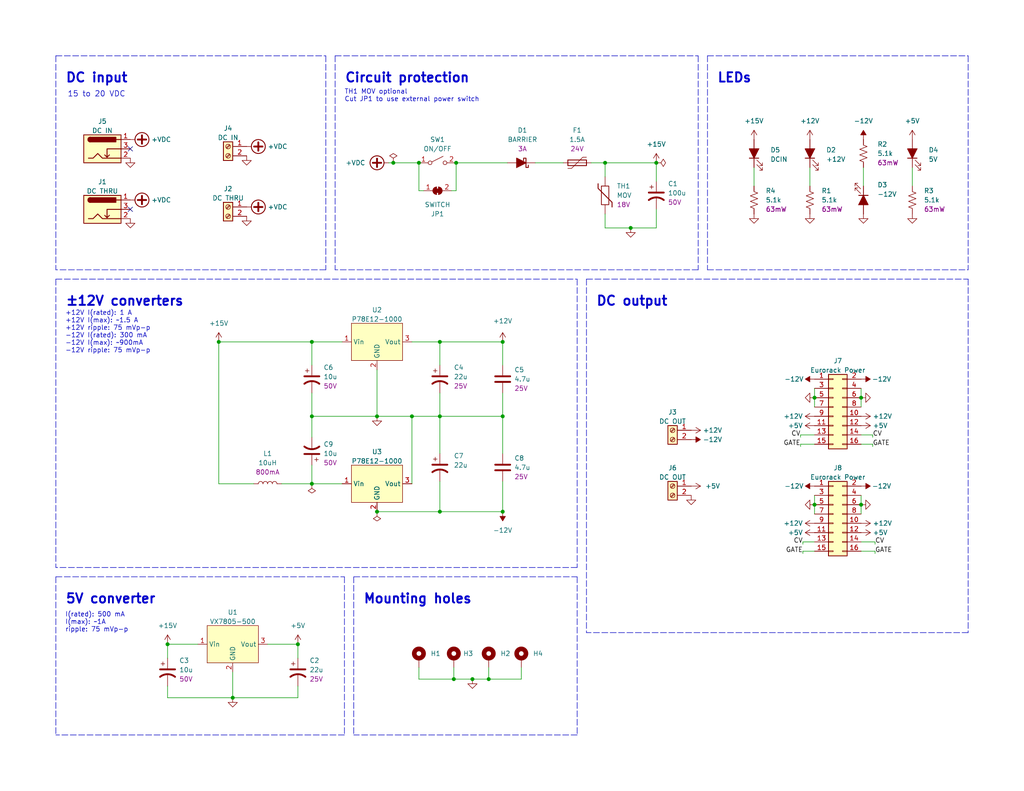
<source format=kicad_sch>
(kicad_sch (version 20250114) (generator "eeschema") (generator_version "9.0")
  (paper "USLetter")
  (title_block (title "Micronova") (date "2022-08-09") (rev "v4") (company "Winterbloom") (comment 1 "Alethea Flowers") (comment 2 "CERN-OHL-P V2") (comment 3 "micronova.wntr.dev"))
  (lib_symbols
    (symbol "Connector:Barrel_Jack_Switch" (pin_names (hide yes))
      (property "Reference" "J" (at 0 5.334 0))
      (property "Value" "Barrel_Jack_Switch" (at 0 -5.08 0))
      (symbol "Barrel_Jack_Switch_0_1"
        (rectangle (start -5.08 3.81) (end 5.08 -3.81) (stroke (width 0.254)) (fill (type background)))
        (polyline (pts (xy -3.81 -2.54) (xy -2.54 -2.54) (xy -1.27 -1.27) (xy 0 -2.54) (xy 2.54 -2.54) (xy 5.08 -2.54)) (stroke (width 0.254)))
        (arc (start -3.302 1.905) (mid -3.9342 2.54) (end -3.302 3.175) (stroke (width 0.254)))
        (arc (start -3.302 1.905) (mid -3.9342 2.54) (end -3.302 3.175) (stroke (width 0.254)) (fill (type outline)))
        (polyline (pts (xy 1.27 -2.286) (xy 1.905 -1.651)) (stroke (width 0.254)))
        (rectangle (start 3.683 3.175) (end -3.302 1.905) (stroke (width 0.254)) (fill (type outline)))
        (polyline (pts (xy 5.08 2.54) (xy 3.81 2.54)) (stroke (width 0.254)))
        (polyline (pts (xy 5.08 0) (xy 1.27 0) (xy 1.27 -2.286) (xy 0.635 -1.651)) (stroke (width 0.254)))
      )
      (symbol "Barrel_Jack_Switch_1_1"
        (pin passive line (at 7.62 2.54 180) (length 2.54) (name "~") (number "1"))
        (pin passive line (at 7.62 0 180) (length 2.54) (name "~") (number "3"))
        (pin passive line (at 7.62 -2.54 180) (length 2.54) (name "~") (number "2"))
      )
    )
    (symbol "Connector:Screw_Terminal_01x02" (pin_names (offset 1.016) (hide yes))
      (property "Reference" "J" (at 0 2.54 0))
      (property "Value" "Screw_Terminal_01x02" (at 0 -5.08 0))
      (symbol "Screw_Terminal_01x02_1_1"
        (rectangle (start -1.27 1.27) (end 1.27 -3.81) (stroke (width 0.254)) (fill (type background)))
        (polyline (pts (xy -0.5334 0.3302) (xy 0.3302 -0.508)) (stroke (width 0.1524)))
        (polyline (pts (xy -0.5334 -2.2098) (xy 0.3302 -3.048)) (stroke (width 0.1524)))
        (polyline (pts (xy -0.3556 0.508) (xy 0.508 -0.3302)) (stroke (width 0.1524)))
        (polyline (pts (xy -0.3556 -2.032) (xy 0.508 -2.8702)) (stroke (width 0.1524)))
        (circle (center 0 0) (radius 0.635) (stroke (width 0.1524)))
        (circle (center 0 -2.54) (radius 0.635) (stroke (width 0.1524)))
        (pin passive line (at -5.08 0 0) (length 3.81) (name "Pin_1") (number "1"))
        (pin passive line (at -5.08 -2.54 0) (length 3.81) (name "Pin_2") (number "2"))
      )
    )
    (symbol "Connector_Generic:Conn_02x08_Odd_Even" (pin_names (offset 1.016) (hide yes))
      (property "Reference" "J" (at 1.27 10.16 0))
      (property "Value" "Conn_02x08_Odd_Even" (at 1.27 -12.7 0))
      (symbol "Conn_02x08_Odd_Even_1_1"
        (rectangle (start -1.27 8.89) (end 3.81 -11.43) (stroke (width 0.254)) (fill (type background)))
        (rectangle (start -1.27 7.747) (end 0 7.493) (stroke (width 0.1524)))
        (rectangle (start -1.27 5.207) (end 0 4.953) (stroke (width 0.1524)))
        (rectangle (start -1.27 2.667) (end 0 2.413) (stroke (width 0.1524)))
        (rectangle (start -1.27 0.127) (end 0 -0.127) (stroke (width 0.1524)))
        (rectangle (start -1.27 -2.413) (end 0 -2.667) (stroke (width 0.1524)))
        (rectangle (start -1.27 -4.953) (end 0 -5.207) (stroke (width 0.1524)))
        (rectangle (start -1.27 -7.493) (end 0 -7.747) (stroke (width 0.1524)))
        (rectangle (start -1.27 -10.033) (end 0 -10.287) (stroke (width 0.1524)))
        (rectangle (start 3.81 7.747) (end 2.54 7.493) (stroke (width 0.1524)))
        (rectangle (start 3.81 5.207) (end 2.54 4.953) (stroke (width 0.1524)))
        (rectangle (start 3.81 2.667) (end 2.54 2.413) (stroke (width 0.1524)))
        (rectangle (start 3.81 0.127) (end 2.54 -0.127) (stroke (width 0.1524)))
        (rectangle (start 3.81 -2.413) (end 2.54 -2.667) (stroke (width 0.1524)))
        (rectangle (start 3.81 -4.953) (end 2.54 -5.207) (stroke (width 0.1524)))
        (rectangle (start 3.81 -7.493) (end 2.54 -7.747) (stroke (width 0.1524)))
        (rectangle (start 3.81 -10.033) (end 2.54 -10.287) (stroke (width 0.1524)))
        (pin passive line (at -5.08 7.62 0) (length 3.81) (name "Pin_1") (number "1"))
        (pin passive line (at -5.08 5.08 0) (length 3.81) (name "Pin_3") (number "3"))
        (pin passive line (at -5.08 2.54 0) (length 3.81) (name "Pin_5") (number "5"))
        (pin passive line (at -5.08 0 0) (length 3.81) (name "Pin_7") (number "7"))
        (pin passive line (at -5.08 -2.54 0) (length 3.81) (name "Pin_9") (number "9"))
        (pin passive line (at -5.08 -5.08 0) (length 3.81) (name "Pin_11") (number "11"))
        (pin passive line (at -5.08 -7.62 0) (length 3.81) (name "Pin_13") (number "13"))
        (pin passive line (at -5.08 -10.16 0) (length 3.81) (name "Pin_15") (number "15"))
        (pin passive line (at 7.62 7.62 180) (length 3.81) (name "Pin_2") (number "2"))
        (pin passive line (at 7.62 5.08 180) (length 3.81) (name "Pin_4") (number "4"))
        (pin passive line (at 7.62 2.54 180) (length 3.81) (name "Pin_6") (number "6"))
        (pin passive line (at 7.62 0 180) (length 3.81) (name "Pin_8") (number "8"))
        (pin passive line (at 7.62 -2.54 180) (length 3.81) (name "Pin_10") (number "10"))
        (pin passive line (at 7.62 -5.08 180) (length 3.81) (name "Pin_12") (number "12"))
        (pin passive line (at 7.62 -7.62 180) (length 3.81) (name "Pin_14") (number "14"))
        (pin passive line (at 7.62 -10.16 180) (length 3.81) (name "Pin_16") (number "16"))
      )
    )
    (symbol "Device:C" (pin_numbers (hide yes)) (pin_names (offset 0.254))
      (property "Reference" "C" (at 0.635 2.54 0))
      (property "Value" "C" (at 0.635 -2.54 0))
      (symbol "C_0_1"
        (polyline (pts (xy -2.032 0.762) (xy 2.032 0.762)) (stroke (width 0.508)))
        (polyline (pts (xy -2.032 -0.762) (xy 2.032 -0.762)) (stroke (width 0.508)))
      )
      (symbol "C_1_1"
        (pin passive line (at 0 3.81 270) (length 2.794) (name "~") (number "1"))
        (pin passive line (at 0 -3.81 90) (length 2.794) (name "~") (number "2"))
      )
    )
    (symbol "Device:C_Polarized_US" (pin_numbers (hide yes)) (pin_names (offset 0.254) (hide yes))
      (property "Reference" "C" (at 0.635 2.54 0))
      (property "Value" "C_Polarized_US" (at 0.635 -2.54 0))
      (symbol "C_Polarized_US_0_1"
        (polyline (pts (xy -2.032 0.762) (xy 2.032 0.762)) (stroke (width 0.508)))
        (polyline (pts (xy -1.778 2.286) (xy -0.762 2.286)))
        (polyline (pts (xy -1.27 1.778) (xy -1.27 2.794)))
        (arc (start -2.032 -1.27) (mid 0 -0.5572) (end 2.032 -1.27) (stroke (width 0.508)))
      )
      (symbol "C_Polarized_US_1_1"
        (pin passive line (at 0 3.81 270) (length 2.794) (name "~") (number "1"))
        (pin passive line (at 0 -3.81 90) (length 3.302) (name "~") (number "2"))
      )
    )
    (symbol "Device:D_Schottky_Filled" (pin_numbers (hide yes)) (pin_names (offset 1.016) (hide yes))
      (property "Reference" "D" (at 0 2.54 0))
      (property "Value" "D_Schottky_Filled" (at 0 -2.54 0))
      (symbol "D_Schottky_Filled_0_1"
        (polyline (pts (xy -1.905 0.635) (xy -1.905 1.27) (xy -1.27 1.27) (xy -1.27 -1.27) (xy -0.635 -1.27) (xy -0.635 -0.635)) (stroke (width 0.254)))
        (polyline (pts (xy 1.27 1.27) (xy 1.27 -1.27) (xy -1.27 0) (xy 1.27 1.27)) (stroke (width 0.254)) (fill (type outline)))
        (polyline (pts (xy 1.27 0) (xy -1.27 0)))
      )
      (symbol "D_Schottky_Filled_1_1"
        (pin passive line (at -3.81 0 0) (length 2.54) (name "K") (number "1"))
        (pin passive line (at 3.81 0 180) (length 2.54) (name "A") (number "2"))
      )
    )
    (symbol "Device:L" (pin_numbers (hide yes)) (pin_names (offset 1.016) (hide yes))
      (property "Reference" "L" (at -1.27 0 90))
      (property "Value" "L" (at 1.905 0 90))
      (symbol "L_0_1"
        (arc (start 0 2.54) (mid 0.6323 1.905) (end 0 1.27))
        (arc (start 0 1.27) (mid 0.6323 0.635) (end 0 0))
        (arc (start 0 0) (mid 0.6323 -0.635) (end 0 -1.27))
        (arc (start 0 -1.27) (mid 0.6323 -1.905) (end 0 -2.54))
      )
      (symbol "L_1_1"
        (pin passive line (at 0 3.81 270) (length 1.27) (name "1") (number "1"))
        (pin passive line (at 0 -3.81 90) (length 1.27) (name "2") (number "2"))
      )
    )
    (symbol "Device:LED_Filled" (pin_numbers (hide yes)) (pin_names (offset 1.016) (hide yes))
      (property "Reference" "D" (at 0 2.54 0))
      (property "Value" "LED_Filled" (at 0 -2.54 0))
      (symbol "LED_Filled_0_1"
        (polyline (pts (xy -3.048 -0.762) (xy -4.572 -2.286) (xy -3.81 -2.286) (xy -4.572 -2.286) (xy -4.572 -1.524)))
        (polyline (pts (xy -1.778 -0.762) (xy -3.302 -2.286) (xy -2.54 -2.286) (xy -3.302 -2.286) (xy -3.302 -1.524)))
        (polyline (pts (xy -1.27 0) (xy 1.27 0)))
        (polyline (pts (xy -1.27 -1.27) (xy -1.27 1.27)) (stroke (width 0.254)))
        (polyline (pts (xy 1.27 -1.27) (xy 1.27 1.27) (xy -1.27 0) (xy 1.27 -1.27)) (stroke (width 0.254)) (fill (type outline)))
      )
      (symbol "LED_Filled_1_1"
        (pin passive line (at -3.81 0 0) (length 2.54) (name "K") (number "1"))
        (pin passive line (at 3.81 0 180) (length 2.54) (name "A") (number "2"))
      )
    )
    (symbol "Device:Polyfuse" (pin_numbers (hide yes)) (pin_names (offset 0))
      (property "Reference" "F" (at -2.54 0 90))
      (property "Value" "Polyfuse" (at 2.54 0 90))
      (symbol "Polyfuse_0_1"
        (polyline (pts (xy -1.524 2.54) (xy -1.524 1.524) (xy 1.524 -1.524) (xy 1.524 -2.54)))
        (rectangle (start -0.762 2.54) (end 0.762 -2.54) (stroke (width 0.254)))
        (polyline (pts (xy 0 2.54) (xy 0 -2.54)))
      )
      (symbol "Polyfuse_1_1"
        (pin passive line (at 0 3.81 270) (length 1.27) (name "~") (number "1"))
        (pin passive line (at 0 -3.81 90) (length 1.27) (name "~") (number "2"))
      )
    )
    (symbol "Device:R_US" (pin_numbers (hide yes)) (pin_names (offset 0))
      (property "Reference" "R" (at 2.54 0 90))
      (property "Value" "R_US" (at -2.54 0 90))
      (symbol "R_US_0_1"
        (polyline (pts (xy 0 2.286) (xy 0 2.54)))
        (polyline (pts (xy 0 2.286) (xy 1.016 1.905) (xy 0 1.524) (xy -1.016 1.143) (xy 0 0.762)))
        (polyline (pts (xy 0 0.762) (xy 1.016 0.381) (xy 0 0) (xy -1.016 -0.381) (xy 0 -0.762)))
        (polyline (pts (xy 0 -0.762) (xy 1.016 -1.143) (xy 0 -1.524) (xy -1.016 -1.905) (xy 0 -2.286)))
        (polyline (pts (xy 0 -2.286) (xy 0 -2.54)))
      )
      (symbol "R_US_1_1"
        (pin passive line (at 0 3.81 270) (length 1.27) (name "~") (number "1"))
        (pin passive line (at 0 -3.81 90) (length 1.27) (name "~") (number "2"))
      )
    )
    (symbol "Device:Thermistor" (pin_numbers (hide yes)) (pin_names (offset 0))
      (property "Reference" "TH" (at 2.54 1.27 90))
      (property "Value" "Thermistor" (at -2.54 0 90))
      (symbol "Thermistor_0_1"
        (polyline (pts (xy -1.905 3.175) (xy -1.905 1.905) (xy 1.905 -1.905) (xy 1.905 -3.175) (xy 1.905 -3.175)) (stroke (width 0.254)))
        (rectangle (start -1.016 2.54) (end 1.016 -2.54) (stroke (width 0.2032)))
      )
      (symbol "Thermistor_1_1"
        (pin passive line (at 0 5.08 270) (length 2.54) (name "~") (number "1"))
        (pin passive line (at 0 -5.08 90) (length 2.54) (name "~") (number "2"))
      )
    )
    (symbol "Jumper:SolderJumper_2_Bridged" (pin_names (offset 0) (hide yes))
      (property "Reference" "JP" (at 0 2.032 0))
      (property "Value" "SolderJumper_2_Bridged" (at 0 -2.54 0))
      (symbol "SolderJumper_2_Bridged_0_1"
        (rectangle (start -0.508 0.508) (end 0.508 -0.508) (fill (type outline)))
        (polyline (pts (xy -0.254 1.016) (xy -0.254 -1.016)))
        (arc (start -0.254 -1.016) (mid -1.2655 0) (end -0.254 1.016))
        (arc (start -0.254 -1.016) (mid -1.2655 0) (end -0.254 1.016) (fill (type outline)))
        (arc (start 0.254 1.016) (mid 1.2655 0) (end 0.254 -1.016))
        (arc (start 0.254 1.016) (mid 1.2655 0) (end 0.254 -1.016) (fill (type outline)))
        (polyline (pts (xy 0.254 1.016) (xy 0.254 -1.016)))
      )
      (symbol "SolderJumper_2_Bridged_1_1"
        (pin passive line (at -3.81 0 0) (length 2.54) (name "A") (number "1"))
        (pin passive line (at 3.81 0 180) (length 2.54) (name "B") (number "2"))
      )
    )
    (symbol "Mechanical:MountingHole_Pad" (pin_numbers (hide yes)) (pin_names (offset 1.016) (hide yes))
      (property "Reference" "H" (at 0 6.35 0))
      (property "Value" "MountingHole_Pad" (at 0 4.445 0))
      (symbol "MountingHole_Pad_0_1"
        (circle (center 0 1.27) (radius 1.27) (stroke (width 1.27)))
      )
      (symbol "MountingHole_Pad_1_1"
        (pin input line (at 0 -2.54 90) (length 2.54) (name "1") (number "1"))
      )
    )
    (symbol "Switch:SW_SPST" (pin_names (offset 0) (hide yes))
      (property "Reference" "SW" (at 0 3.175 0))
      (property "Value" "SW_SPST" (at 0 -2.54 0))
      (symbol "SW_SPST_0_0"
        (circle (center -2.032 0) (radius 0.508))
        (polyline (pts (xy -1.524 0.254) (xy 1.524 1.778)))
        (circle (center 2.032 0) (radius 0.508))
      )
      (symbol "SW_SPST_1_1"
        (pin passive line (at -5.08 0 0) (length 2.54) (name "A") (number "1"))
        (pin passive line (at 5.08 0 180) (length 2.54) (name "B") (number "2"))
      )
    )
    (symbol "power:+12V" (power) (pin_names (offset 0))
      (property "Value" "+12V" (at 0 3.556 0))
      (symbol "+12V_0_1"
        (polyline (pts (xy -0.762 1.27) (xy 0 2.54)))
        (polyline (pts (xy 0 2.54) (xy 0.762 1.27)))
        (polyline (pts (xy 0 0) (xy 0 2.54)))
      )
      (symbol "+12V_1_1"
        (pin power_in line (at 0 0 90) (length 0) (hide yes) (name "+12V") (number "1"))
      )
    )
    (symbol "power:+15V" (power) (pin_names (offset 0))
      (property "Value" "+15V" (at 0 3.556 0))
      (symbol "+15V_0_1"
        (polyline (pts (xy -0.762 1.27) (xy 0 2.54)))
        (polyline (pts (xy 0 2.54) (xy 0.762 1.27)))
        (polyline (pts (xy 0 0) (xy 0 2.54)))
      )
      (symbol "+15V_1_1"
        (pin power_in line (at 0 0 90) (length 0) (hide yes) (name "+15V") (number "1"))
      )
    )
    (symbol "power:+5V" (power) (pin_names (offset 0))
      (property "Value" "+5V" (at 0 3.556 0))
      (symbol "+5V_0_1"
        (polyline (pts (xy -0.762 1.27) (xy 0 2.54)))
        (polyline (pts (xy 0 2.54) (xy 0.762 1.27)))
        (polyline (pts (xy 0 0) (xy 0 2.54)))
      )
      (symbol "+5V_1_1"
        (pin power_in line (at 0 0 90) (length 0) (hide yes) (name "+5V") (number "1"))
      )
    )
    (symbol "power:+VDC" (power) (pin_names (offset 0))
      (property "Value" "+VDC" (at 0 6.35 0))
      (symbol "+VDC_0_1"
        (polyline (pts (xy -1.143 3.175) (xy 1.143 3.175)) (stroke (width 0.508)))
        (circle (center 0 3.175) (radius 1.905) (stroke (width 0.254)))
        (polyline (pts (xy 0 2.032) (xy 0 4.318)) (stroke (width 0.508)))
        (polyline (pts (xy 0 0) (xy 0 1.27)))
      )
      (symbol "+VDC_1_1"
        (pin power_in line (at 0 0 90) (length 0) (hide yes) (name "+VDC") (number "1"))
      )
    )
    (symbol "power:-12V" (power) (pin_names (offset 0))
      (property "Value" "-12V" (at 0 3.81 0))
      (symbol "-12V_0_0"
        (pin power_in line (at 0 0 90) (length 0) (hide yes) (name "-12V") (number "1"))
      )
      (symbol "-12V_0_1"
        (polyline (pts (xy 0 0) (xy 0 1.27) (xy 0.762 1.27) (xy 0 2.54) (xy -0.762 1.27) (xy 0 1.27)) (fill (type outline)))
      )
    )
    (symbol "power:GND" (power) (pin_names (offset 0))
      (property "Value" "GND" (at 0 -3.81 0))
      (symbol "GND_0_1"
        (polyline (pts (xy 0 0) (xy 0 -1.27) (xy 1.27 -1.27) (xy 0 -2.54) (xy -1.27 -1.27) (xy 0 -1.27)))
      )
      (symbol "GND_1_1"
        (pin power_in line (at 0 0 270) (length 0) (hide yes) (name "GND") (number "1"))
      )
    )
    (symbol "power:PWR_FLAG" (power) (pin_numbers (hide yes)) (pin_names (offset 0) (hide yes))
      (property "Value" "PWR_FLAG" (at 0 3.81 0))
      (symbol "PWR_FLAG_0_0"
        (pin power_out line (at 0 0 90) (length 0) (name "pwr") (number "1"))
      )
      (symbol "PWR_FLAG_0_1"
        (polyline (pts (xy 0 0) (xy 0 1.27) (xy -1.016 1.905) (xy 0 2.54) (xy 1.016 1.905) (xy 0 1.27)))
      )
    )
    (symbol "winterbloom:P78E-1000"
      (property "Reference" "U" (at 6.985 -6.35 0))
      (property "Value" "P78E-1000" (at 0 6.35 0))
      (symbol "P78E-1000_0_0"
        (pin power_in line (at -9.525 0 0) (length 2.54) (name "Vin") (number "1"))
        (pin power_in line (at 0 -7.62 90) (length 2.54) (name "GND") (number "2"))
        (pin power_out line (at 9.525 0 180) (length 2.54) (name "Vout") (number "3"))
      )
      (symbol "P78E-1000_0_1"
        (rectangle (start 6.985 -5.08) (end -6.985 5.08) (stroke (width 0.1524)) (fill (type background)))
      )
    )
    (symbol "winterbloom:VX7805-500"
      (property "Reference" "U" (at 6.985 -6.35 0))
      (property "Value" "VX7805-500" (at 0 6.35 0))
      (symbol "VX7805-500_0_0"
        (pin power_in line (at -9.525 0 0) (length 2.54) (name "Vin") (number "1"))
        (pin power_in line (at 0 -7.62 90) (length 2.54) (name "GND") (number "2"))
        (pin power_out line (at 9.525 0 180) (length 2.54) (name "Vout") (number "3"))
      )
      (symbol "VX7805-500_0_1"
        (rectangle (start 6.985 -5.08) (end -6.985 5.08) (stroke (width 0.1524)) (fill (type background)))
      )
    )
  )
  (text "DC output" (at 162.56 83.82 0) (effects (font (size 2.54 2.54) (thickness 0.508) (bold yes)) (justify left bottom)))
  (text "I(rated): 500 mA\nI(max): ~1A\nripple: 75 mVp-p" (at 17.78 172.72 0) (effects (font (size 1.27 1.27)) (justify left bottom)))
  (text "5V converter" (at 17.78 165.1 0) (effects (font (size 2.54 2.54) (thickness 0.508) (bold yes)) (justify left bottom)))
  (text "±12V converters" (at 17.78 83.82 0) (effects (font (size 2.54 2.54) (thickness 0.508) (bold yes)) (justify left bottom)))
  (text "TH1 MOV optional\nCut JP1 to use external power switch" (at 93.98 27.94 0) (effects (font (size 1.27 1.27)) (justify left bottom)))
  (text "15 to 20 VDC" (at 18.415 26.67 0) (effects (font (size 1.5 1.5)) (justify left bottom)))
  (text "DC input" (at 17.78 22.86 0) (effects (font (size 2.54 2.54) (thickness 0.508) (bold yes)) (justify left bottom)))
  (text "Mounting holes" (at 99.06 165.1 0) (effects (font (size 2.54 2.54) (thickness 0.508) (bold yes)) (justify left bottom)))
  (text "+12V I(rated): 1 A\n+12V I(max): ~1.5 A\n+12V ripple: 75 mVp-p\n-12V I(rated): 300 mA\n-12V I(max): ~900mA\n-12V ripple: 75 mVp-p" (at 17.78 96.52 0) (effects (font (size 1.27 1.27)) (justify left bottom)))
  (text "LEDs" (at 195.58 22.86 0) (effects (font (size 2.54 2.54) (thickness 0.508) (bold yes)) (justify left bottom)))
  (text "Circuit protection" (at 93.98 22.86 0) (effects (font (size 2.54 2.54) (thickness 0.508) (bold yes)) (justify left bottom)))
  (junction (at 133.35 185.42))
  (junction (at 137.16 139.7))
  (junction (at 123.825 185.42))
  (junction (at 120.015 139.7))
  (junction (at 234.95 137.795))
  (junction (at 137.16 93.345))
  (junction (at 137.16 113.665))
  (junction (at 120.015 113.665))
  (junction (at 124.46 44.45))
  (junction (at 179.07 44.45))
  (junction (at 59.69 93.345))
  (junction (at 128.905 185.42))
  (junction (at 85.09 113.665))
  (junction (at 114.3 44.45))
  (junction (at 85.09 93.345))
  (junction (at 102.87 113.665))
  (junction (at 45.72 175.895))
  (junction (at 234.95 108.585))
  (junction (at 102.87 139.7))
  (junction (at 165.1 44.45))
  (junction (at 112.395 113.665))
  (junction (at 63.5 190.5))
  (junction (at 107.315 44.45))
  (junction (at 222.25 137.795))
  (junction (at 222.25 108.585))
  (junction (at 120.015 93.345))
  (junction (at 85.09 132.08))
  (junction (at 172.085 62.23))
  (junction (at 81.28 175.895))
  (no_connect (at 35.56 57.15))
  (no_connect (at 35.56 40.64))
  (wire (pts (xy 123.825 182.245) (xy 123.825 185.42)))
  (wire (pts (xy 102.87 139.7) (xy 120.015 139.7)))
  (polyline (pts (xy 157.48 157.48) (xy 157.48 200.66)) (stroke (width 0) (type dash)))
  (polyline (pts (xy 157.48 200.66) (xy 96.52 200.66)) (stroke (width 0) (type dash)))
  (polyline (pts (xy 264.16 76.2) (xy 264.16 172.72)) (stroke (width 0) (type dash)))
  (wire (pts (xy 120.015 113.665) (xy 137.16 113.665)))
  (wire (pts (xy 234.95 118.745) (xy 238.125 118.745)))
  (polyline (pts (xy 15.24 157.48) (xy 93.98 157.48)) (stroke (width 0) (type dash)))
  (wire (pts (xy 219.075 150.495) (xy 222.25 150.495)))
  (wire (pts (xy 146.05 44.45) (xy 153.67 44.45)))
  (wire (pts (xy 220.98 50.8) (xy 220.98 45.72)))
  (wire (pts (xy 172.085 62.23) (xy 165.1 62.23)))
  (wire (pts (xy 112.395 93.345) (xy 120.015 93.345)))
  (wire (pts (xy 73.025 175.895) (xy 81.28 175.895)))
  (wire (pts (xy 234.95 150.495) (xy 238.76 150.495)))
  (wire (pts (xy 45.72 179.705) (xy 45.72 175.895)))
  (polyline (pts (xy 190.5 15.24) (xy 190.5 73.66)) (stroke (width 0) (type dash)))
  (wire (pts (xy 234.95 135.255) (xy 234.95 137.795)))
  (wire (pts (xy 248.92 50.8) (xy 248.92 45.72)))
  (wire (pts (xy 165.1 44.45) (xy 165.1 48.26)))
  (wire (pts (xy 112.395 113.665) (xy 102.87 113.665)))
  (polyline (pts (xy 193.04 15.24) (xy 193.04 73.66)) (stroke (width 0) (type dash)))
  (wire (pts (xy 59.69 93.345) (xy 85.09 93.345)))
  (wire (pts (xy 59.69 93.345) (xy 59.69 132.08)))
  (polyline (pts (xy 264.16 15.24) (xy 264.16 73.66)) (stroke (width 0) (type dash)))
  (wire (pts (xy 124.46 52.07) (xy 124.46 44.45)))
  (wire (pts (xy 120.015 93.345) (xy 120.015 99.695)))
  (wire (pts (xy 93.345 93.345) (xy 85.09 93.345)))
  (polyline (pts (xy 193.04 15.24) (xy 264.16 15.24)) (stroke (width 0) (type dash)))
  (polyline (pts (xy 193.04 73.66) (xy 264.16 73.66)) (stroke (width 0) (type dash)))
  (wire (pts (xy 218.44 121.285) (xy 222.25 121.285)))
  (wire (pts (xy 218.44 121.92) (xy 218.44 121.285)))
  (wire (pts (xy 137.16 139.7) (xy 137.16 131.445)))
  (wire (pts (xy 165.1 62.23) (xy 165.1 58.42)))
  (polyline (pts (xy 93.98 157.48) (xy 93.98 200.66)) (stroke (width 0) (type dash)))
  (wire (pts (xy 235.585 50.8) (xy 235.585 45.72)))
  (wire (pts (xy 238.76 151.13) (xy 238.76 150.495)))
  (polyline (pts (xy 264.16 172.72) (xy 160.02 172.72)) (stroke (width 0) (type dash)))
  (wire (pts (xy 234.95 147.955) (xy 238.76 147.955)))
  (polyline (pts (xy 15.24 76.2) (xy 15.24 154.94)) (stroke (width 0) (type dash)))
  (polyline (pts (xy 96.52 157.48) (xy 157.48 157.48)) (stroke (width 0) (type dash)))
  (polyline (pts (xy 157.48 154.94) (xy 15.24 154.94)) (stroke (width 0) (type dash)))
  (wire (pts (xy 137.16 107.315) (xy 137.16 113.665)))
  (wire (pts (xy 172.085 62.23) (xy 179.07 62.23)))
  (wire (pts (xy 120.015 131.445) (xy 120.015 139.7)))
  (wire (pts (xy 219.075 147.955) (xy 219.075 148.59)))
  (wire (pts (xy 128.905 185.42) (xy 133.35 185.42)))
  (wire (pts (xy 112.395 113.665) (xy 112.395 132.08)))
  (wire (pts (xy 85.09 132.08) (xy 93.345 132.08)))
  (polyline (pts (xy 190.5 73.66) (xy 91.44 73.66)) (stroke (width 0) (type dash)))
  (wire (pts (xy 137.16 113.665) (xy 137.16 123.825)))
  (wire (pts (xy 218.44 118.745) (xy 222.25 118.745)))
  (wire (pts (xy 76.835 132.08) (xy 85.09 132.08)))
  (wire (pts (xy 63.5 183.515) (xy 63.5 190.5)))
  (wire (pts (xy 106.045 44.45) (xy 107.315 44.45)))
  (wire (pts (xy 81.28 175.895) (xy 81.28 179.705)))
  (wire (pts (xy 120.015 139.7) (xy 137.16 139.7)))
  (wire (pts (xy 222.25 147.955) (xy 219.075 147.955)))
  (wire (pts (xy 124.46 44.45) (xy 138.43 44.45)))
  (wire (pts (xy 165.1 44.45) (xy 179.07 44.45)))
  (polyline (pts (xy 91.44 15.24) (xy 91.44 73.66)) (stroke (width 0) (type dash)))
  (wire (pts (xy 238.125 118.745) (xy 238.125 119.38)))
  (polyline (pts (xy 15.24 15.24) (xy 88.9 15.24)) (stroke (width 0) (type dash)))
  (wire (pts (xy 120.015 113.665) (xy 120.015 123.825)))
  (wire (pts (xy 222.25 108.585) (xy 222.25 111.125)))
  (polyline (pts (xy 88.9 73.66) (xy 15.24 73.66)) (stroke (width 0) (type dash)))
  (wire (pts (xy 142.24 185.42) (xy 142.24 182.245)))
  (wire (pts (xy 222.25 106.045) (xy 222.25 108.585)))
  (wire (pts (xy 81.28 190.5) (xy 63.5 190.5)))
  (wire (pts (xy 234.95 121.285) (xy 238.125 121.285)))
  (wire (pts (xy 222.25 135.255) (xy 222.25 137.795)))
  (wire (pts (xy 85.09 113.665) (xy 85.09 119.38)))
  (wire (pts (xy 123.19 52.07) (xy 124.46 52.07)))
  (wire (pts (xy 137.16 93.345) (xy 137.16 99.695)))
  (wire (pts (xy 161.29 44.45) (xy 165.1 44.45)))
  (wire (pts (xy 123.825 185.42) (xy 114.3 185.42)))
  (polyline (pts (xy 93.98 200.66) (xy 15.24 200.66)) (stroke (width 0) (type dash)))
  (wire (pts (xy 219.075 151.13) (xy 219.075 150.495)))
  (polyline (pts (xy 160.02 76.2) (xy 264.16 76.2)) (stroke (width 0) (type dash)))
  (wire (pts (xy 81.28 187.325) (xy 81.28 190.5)))
  (wire (pts (xy 85.09 93.345) (xy 85.09 99.695)))
  (polyline (pts (xy 160.02 76.2) (xy 160.02 172.72)) (stroke (width 0) (type dash)))
  (wire (pts (xy 85.09 127) (xy 85.09 132.08)))
  (wire (pts (xy 238.125 121.285) (xy 238.125 121.92)))
  (wire (pts (xy 133.35 182.245) (xy 133.35 185.42)))
  (wire (pts (xy 102.87 100.965) (xy 102.87 113.665)))
  (wire (pts (xy 120.015 113.665) (xy 112.395 113.665)))
  (wire (pts (xy 85.09 107.315) (xy 85.09 113.665)))
  (wire (pts (xy 238.76 147.955) (xy 238.76 148.59)))
  (wire (pts (xy 107.315 44.45) (xy 114.3 44.45)))
  (wire (pts (xy 234.95 137.795) (xy 234.95 140.335)))
  (wire (pts (xy 234.95 108.585) (xy 234.95 111.125)))
  (wire (pts (xy 179.07 57.15) (xy 179.07 62.23)))
  (polyline (pts (xy 96.52 157.48) (xy 96.52 200.66)) (stroke (width 0) (type dash)))
  (wire (pts (xy 205.74 50.8) (xy 205.74 45.72)))
  (wire (pts (xy 234.95 106.045) (xy 234.95 108.585)))
  (wire (pts (xy 133.35 185.42) (xy 142.24 185.42)))
  (polyline (pts (xy 88.9 15.24) (xy 88.9 73.66)) (stroke (width 0) (type dash)))
  (wire (pts (xy 45.72 175.895) (xy 53.975 175.895)))
  (wire (pts (xy 45.72 190.5) (xy 63.5 190.5)))
  (wire (pts (xy 114.3 44.45) (xy 114.3 52.07)))
  (wire (pts (xy 222.25 137.795) (xy 222.25 140.335)))
  (polyline (pts (xy 15.24 76.2) (xy 157.48 76.2)) (stroke (width 0) (type dash)))
  (wire (pts (xy 114.3 185.42) (xy 114.3 182.245)))
  (wire (pts (xy 69.215 132.08) (xy 59.69 132.08)))
  (polyline (pts (xy 91.44 15.24) (xy 190.5 15.24)) (stroke (width 0) (type dash)))
  (wire (pts (xy 114.3 52.07) (xy 115.57 52.07)))
  (wire (pts (xy 45.72 187.325) (xy 45.72 190.5)))
  (polyline (pts (xy 15.24 15.24) (xy 15.24 73.66)) (stroke (width 0) (type dash)))
  (wire (pts (xy 102.87 113.665) (xy 85.09 113.665)))
  (wire (pts (xy 120.015 93.345) (xy 137.16 93.345)))
  (wire (pts (xy 120.015 107.315) (xy 120.015 113.665)))
  (polyline (pts (xy 157.48 76.2) (xy 157.48 154.94)) (stroke (width 0) (type dash)))
  (wire (pts (xy 128.905 185.42) (xy 123.825 185.42)))
  (wire (pts (xy 218.44 119.38) (xy 218.44 118.745)))
  (wire (pts (xy 179.07 49.53) (xy 179.07 44.45)))
  (polyline (pts (xy 15.24 157.48) (xy 15.24 200.66)) (stroke (width 0) (type dash)))
  (label "GATE" (at 238.76 151.13 0))
  (label "CV" (at 238.76 148.59 0))
  (label "GATE" (at 238.125 121.92 0))
  (label "CV" (at 238.125 119.38 0))
  (label "GATE" (at 219.075 151.13 180))
  (label "CV" (at 218.44 119.38 180))
  (label "GATE" (at 218.44 121.92 180))
  (label "CV" (at 219.075 148.59 180))
  (symbol (lib_id "Device:C") (at 137.16 127.635 0) (unit 1)
    (property "Reference" "C8" (at 140.335 125.0949 0) (effects (justify left)))
    (property "Value" "4.7u" (at 140.335 127.6349 0) (effects (justify left)))
    (property "Footprint" "winterbloom:C_0805_HandSolder" (effects (hide yes)))
    (property "Rating" "25V" (at 140.335 130.1749 0) (effects (justify left)))
  )
  (symbol (lib_id "power:+VDC") (at 67.31 40.005 270) (unit 1)
    (property "Reference" "#PWR0121" (effects (hide yes)))
    (property "Value" "+VDC" (at 73.025 40.005 90) (effects (justify left)))
  )
  (symbol (lib_id "power:GND") (at 35.56 59.69 0) (unit 1)
    (property "Reference" "#PWR0124" (effects (hide yes)))
    (property "Value" "GND" (effects (hide yes)))
  )
  (symbol (lib_id "Switch:SW_SPST") (at 119.38 44.45 0) (unit 1)
    (property "Reference" "SW1" (at 119.38 38.1 0))
    (property "Value" "ON/OFF" (at 119.38 40.64 0))
    (property "Footprint" "winterbloom:TerminalBlock_4UCON_1x02_P3.50mm_Horizontal" (effects (hide yes)))
    (property "mpn" "2MS1T1B1M2QES" (effects (hide yes)))
  )
  (symbol (lib_id "power:-12V") (at 188.595 120.015 270) (unit 1)
    (property "Reference" "#PWR0125" (effects (hide yes)))
    (property "Value" "-12V" (at 191.77 120.015 90) (effects (justify left)))
  )
  (symbol (lib_id "Mechanical:MountingHole_Pad") (at 142.24 179.705 0) (unit 1)
    (property "Reference" "H4" (at 145.415 178.4349 0) (effects (justify left)))
    (property "Value" "GND" (effects (hide yes)))
    (property "Footprint" "MountingHole:MountingHole_3mm_Pad" (effects (hide yes)))
  )
  (symbol (lib_id "power:-12V") (at 222.25 132.715 90) (unit 1)
    (property "Reference" "#PWR0111" (effects (hide yes)))
    (property "Value" "-12V" (at 213.995 132.715 90) (effects (justify right)))
  )
  (symbol (lib_id "Mechanical:MountingHole_Pad") (at 133.35 179.705 0) (unit 1)
    (property "Reference" "H2" (at 136.525 178.4349 0) (effects (justify left)))
    (property "Value" "GND" (effects (hide yes)))
    (property "Footprint" "MountingHole:MountingHole_3mm_Pad" (effects (hide yes)))
  )
  (symbol (lib_id "Device:LED_Filled") (at 235.585 54.61 270) (unit 1)
    (property "Reference" "D3" (at 239.395 50.4824 90) (effects (justify left)))
    (property "Value" "-12V" (at 239.395 53.0224 90) (effects (justify left)))
    (property "Footprint" "winterbloom:LED_0805_Kingbright_APT2012" (effects (hide yes)))
    (property "mpn" "APT2012EC" (effects (hide yes)))
    (property "Rating" "Red" (effects (hide yes)))
  )
  (symbol (lib_id "Device:LED_Filled") (at 248.92 41.91 90) (unit 1)
    (property "Reference" "D4" (at 253.365 40.9574 90) (effects (justify right)))
    (property "Value" "5V" (at 253.365 43.4974 90) (effects (justify right)))
    (property "Footprint" "winterbloom:LED_0805_Kingbright_APT2012" (effects (hide yes)))
    (property "mpn" "APT2012EC" (effects (hide yes)))
    (property "Rating" "Red" (effects (hide yes)))
  )
  (symbol (lib_id "Jumper:SolderJumper_2_Bridged") (at 119.38 52.07 0) (unit 1)
    (property "Reference" "JP1" (at 119.38 58.42 0))
    (property "Value" "SWITCH" (at 119.38 55.88 0))
    (property "Footprint" "Jumper:SolderJumper-2_P1.3mm_Bridged2Bar_RoundedPad1.0x1.5mm" (effects (hide yes)))
  )
  (symbol (lib_id "winterbloom:VX7805-500") (at 63.5 175.895 0) (unit 1)
    (property "Reference" "U1" (at 63.5 167.166 0))
    (property "Value" "VX7805-500" (at 63.5 169.7029 0))
    (property "Footprint" "winterbloom:Converter_DCDC_CUI_VX78-500_THT" (effects (hide yes)))
    (property "Datasheet" "https://www.mouser.com/datasheet/2/670/vx78_500-1774570.pdf" (effects (hide yes)))
    (property "mpn" "VX7805-500" (effects (hide yes)))
  )
  (symbol (lib_id "Device:R_US") (at 205.74 54.61 0) (unit 1)
    (property "Reference" "R4" (at 208.915 52.0699 0) (effects (justify left)))
    (property "Value" "5.1k" (at 208.915 54.6099 0) (effects (justify left)))
    (property "Footprint" "winterbloom:R_0603_HandSolder" (effects (hide yes)))
    (property "mpn" "AC0603FR-075K1L" (effects (hide yes)))
    (property "Rating" "63mW" (at 208.915 57.1499 0) (effects (justify left)))
  )
  (symbol (lib_id "power:+5V") (at 234.95 116.205 270) (unit 1)
    (property "Reference" "#PWR09" (effects (hide yes)))
    (property "Value" "+5V" (at 238.125 116.205 90) (effects (justify left)))
  )
  (symbol (lib_id "Device:C_Polarized_US") (at 179.07 53.34 0) (unit 1)
    (property "Reference" "C1" (at 182.245 50.1649 0) (effects (justify left)))
    (property "Value" "100u" (at 182.245 52.7049 0) (effects (justify left)))
    (property "Footprint" "Capacitor_SMD:CP_Elec_8x10.5" (effects (hide yes)))
    (property "mpn" "865060653010" (effects (hide yes)))
    (property "Rating" "50V" (at 182.245 55.2449 0) (effects (justify left)))
  )
  (symbol (lib_id "winterbloom:P78E-1000") (at 102.87 93.345 0) (unit 1)
    (property "Reference" "U2" (at 102.87 84.616 0))
    (property "Value" "P78E12-1000" (at 102.87 87.1529 0))
    (property "Footprint" "winterbloom:Converter_DCDC_CUI_P78E-1000_THT" (effects (hide yes)))
    (property "Datasheet" "https://www.mouser.com/datasheet/2/670/p78e_1000-1480573.pdf" (effects (hide yes)))
    (property "mpn" "P78E12-1000" (effects (hide yes)))
  )
  (symbol (lib_id "Device:C_Polarized_US") (at 120.015 127.635 0) (unit 1)
    (property "Reference" "C7" (at 123.825 124.4599 0) (effects (justify left)))
    (property "Value" "22u" (at 123.825 126.9999 0) (effects (justify left)))
    (property "Footprint" "winterbloom:C_0805_HandSolder" (effects (hide yes)))
    (property "Rating" "25V" (effects (hide yes)))
  )
  (symbol (lib_id "power:GND") (at 172.085 62.23 0) (unit 1)
    (property "Reference" "#PWR0119" (effects (hide yes)))
    (property "Value" "GND" (effects (hide yes)))
  )
  (symbol (lib_id "Connector:Screw_Terminal_01x02") (at 183.515 132.715 0) (mirror y) (unit 1)
    (property "Reference" "J6" (at 183.515 127.7452 0))
    (property "Value" "DC OUT" (at 183.515 130.2821 0))
    (property "Footprint" "winterbloom:TerminalBlock_4UCON_1x02_P3.50mm_Horizontal" (effects (hide yes)))
    (property "mpn" "20020327-C021B01LF" (effects (hide yes)))
  )
  (symbol (lib_id "Mechanical:MountingHole_Pad") (at 123.825 179.705 0) (unit 1)
    (property "Reference" "H3" (at 126.365 178.4349 0) (effects (justify left)))
    (property "Value" "GND" (effects (hide yes)))
    (property "Footprint" "MountingHole:MountingHole_3mm_Pad" (effects (hide yes)))
  )
  (symbol (lib_id "power:PWR_FLAG") (at 102.87 139.7 180) (unit 1)
    (property "Reference" "#FLG0102" (effects (hide yes)))
    (property "Value" "PWR_FLAG" (effects (hide yes)))
  )
  (symbol (lib_id "power:GND") (at 102.87 113.665 0) (unit 1)
    (property "Reference" "#PWR0134" (effects (hide yes)))
    (property "Value" "GND" (effects (hide yes)))
  )
  (symbol (lib_id "Device:LED_Filled") (at 205.74 41.91 90) (unit 1)
    (property "Reference" "D5" (at 210.185 40.9574 90) (effects (justify right)))
    (property "Value" "DCIN" (at 210.185 43.4974 90) (effects (justify right)))
    (property "Footprint" "winterbloom:LED_0805_Kingbright_APT2012" (effects (hide yes)))
    (property "mpn" "APT2012EC" (effects (hide yes)))
    (property "Rating" "Red" (effects (hide yes)))
  )
  (symbol (lib_id "Device:LED_Filled") (at 220.98 41.91 90) (unit 1)
    (property "Reference" "D2" (at 225.425 40.9574 90) (effects (justify right)))
    (property "Value" "+12V" (at 225.425 43.4974 90) (effects (justify right)))
    (property "Footprint" "winterbloom:LED_0805_Kingbright_APT2012" (effects (hide yes)))
    (property "mpn" "APT2012EC" (effects (hide yes)))
    (property "Rating" "Red" (effects (hide yes)))
  )
  (symbol (lib_id "Connector_Generic:Conn_02x08_Odd_Even") (at 227.33 140.335 0) (unit 1)
    (property "Reference" "J8" (at 228.6 127.7452 0))
    (property "Value" "Eurorack Power" (at 228.6 130.2821 0))
    (property "Footprint" "winterbloom:Eurorack_Power_2x8_Shrouded_Lock" (effects (hide yes)))
    (property "mpn" "61201621621" (effects (hide yes)))
  )
  (symbol (lib_id "power:+5V") (at 248.92 38.1 0) (unit 1)
    (property "Reference" "#PWR0103" (effects (hide yes)))
    (property "Value" "+5V" (at 248.92 33.02 0))
  )
  (symbol (lib_id "Connector:Screw_Terminal_01x02") (at 62.23 40.005 0) (mirror y) (unit 1)
    (property "Reference" "J4" (at 62.23 35.0352 0))
    (property "Value" "DC IN" (at 62.23 37.5721 0))
    (property "Footprint" "winterbloom:TerminalBlock_4UCON_1x02_P3.50mm_Horizontal" (effects (hide yes)))
    (property "mpn" "20020327-C021B01LF" (effects (hide yes)))
  )
  (symbol (lib_id "power:GND") (at 235.585 58.42 0) (unit 1)
    (property "Reference" "#PWR0105" (effects (hide yes)))
    (property "Value" "GND" (effects (hide yes)))
  )
  (symbol (lib_id "power:+12V") (at 234.95 142.875 270) (unit 1)
    (property "Reference" "#PWR0110" (effects (hide yes)))
    (property "Value" "+12V" (at 238.125 142.875 90) (effects (justify left)))
  )
  (symbol (lib_id "power:PWR_FLAG") (at 85.09 132.08 180) (unit 1)
    (property "Reference" "#FLG0104" (effects (hide yes)))
    (property "Value" "PWR_FLAG" (effects (hide yes)))
  )
  (symbol (lib_id "Mechanical:MountingHole_Pad") (at 114.3 179.705 0) (unit 1)
    (property "Reference" "H1" (at 117.475 178.4349 0) (effects (justify left)))
    (property "Value" "GND" (effects (hide yes)))
    (property "Footprint" "MountingHole:MountingHole_3mm_Pad" (effects (hide yes)))
  )
  (symbol (lib_id "power:+15V") (at 59.69 93.345 0) (unit 1)
    (property "Reference" "#PWR0135" (effects (hide yes)))
    (property "Value" "+15V" (at 59.69 88.265 0))
  )
  (symbol (lib_id "Device:C_Polarized_US") (at 85.09 103.505 0) (unit 1)
    (property "Reference" "C6" (at 88.265 100.3299 0) (effects (justify left)))
    (property "Value" "10u" (at 88.265 102.8699 0) (effects (justify left)))
    (property "Footprint" "winterbloom:C_1206_HandSolder" (effects (hide yes)))
    (property "Rating" "50V" (at 88.265 105.4099 0) (effects (justify left)))
  )
  (symbol (lib_id "power:+VDC") (at 35.56 54.61 270) (unit 1)
    (property "Reference" "#PWR0129" (effects (hide yes)))
    (property "Value" "+VDC" (at 41.275 54.61 90) (effects (justify left)))
  )
  (symbol (lib_id "Device:L") (at 73.025 132.08 90) (unit 1)
    (property "Reference" "L1" (at 73.025 123.825 90))
    (property "Value" "10uH" (at 73.025 126.365 90))
    (property "Footprint" "Inductor_SMD:L_1210_3225Metric_Pad1.42x2.65mm_HandSolder" (effects (hide yes)))
    (property "Datasheet" "https://www.mouser.com/datasheet/2/396/wound02_e-2487803.pdf" (effects (hide yes)))
    (property "mpn" "CBC3225T100KR" (effects (hide yes)))
    (property "Rating" "800mA" (at 73.025 128.905 90))
  )
  (symbol (lib_id "Device:Thermistor") (at 165.1 53.34 0) (unit 1)
    (property "Reference" "TH1" (at 168.275 50.7999 0) (effects (justify left)))
    (property "Value" "MOV" (at 168.275 53.3399 0) (effects (justify left)))
    (property "Footprint" "winterbloom:R_0805_HandSolder" (effects (hide yes)))
    (property "Datasheet" "https://www.mouser.com/datasheet/2/87/eaton_mlvc_general_type_multilayer_varistor_esd_su-1994298.pdf" (effects (hide yes)))
    (property "mpn" "MLVC08V018C360" (effects (hide yes)))
    (property "Rating" "18V" (at 168.275 55.8799 0) (effects (justify left)))
  )
  (symbol (lib_id "power:GND") (at 67.31 59.055 0) (unit 1)
    (property "Reference" "#PWR0128" (effects (hide yes)))
    (property "Value" "GND" (effects (hide yes)))
  )
  (symbol (lib_id "power:-12V") (at 234.95 132.715 270) (unit 1)
    (property "Reference" "#PWR0115" (effects (hide yes)))
    (property "Value" "-12V" (at 243.205 132.715 90) (effects (justify right)))
  )
  (symbol (lib_id "Device:C_Polarized_US") (at 45.72 183.515 0) (unit 1)
    (property "Reference" "C3" (at 48.895 180.3399 0) (effects (justify left)))
    (property "Value" "10u" (at 48.895 182.8799 0) (effects (justify left)))
    (property "Footprint" "winterbloom:C_1206_HandSolder" (effects (hide yes)))
    (property "Rating" "50V" (at 48.895 185.4199 0) (effects (justify left)))
  )
  (symbol (lib_id "power:+12V") (at 220.98 38.1 0) (unit 1)
    (property "Reference" "#PWR0102" (effects (hide yes)))
    (property "Value" "+12V" (at 220.98 33.02 0))
  )
  (symbol (lib_id "power:+VDC") (at 35.56 38.1 270) (unit 1)
    (property "Reference" "#PWR0130" (effects (hide yes)))
    (property "Value" "+VDC" (at 41.275 38.1 90) (effects (justify left)))
  )
  (symbol (lib_id "Device:C") (at 137.16 103.505 0) (unit 1)
    (property "Reference" "C5" (at 140.335 100.9649 0) (effects (justify left)))
    (property "Value" "4.7u" (at 140.335 103.5049 0) (effects (justify left)))
    (property "Footprint" "winterbloom:C_0805_HandSolder" (effects (hide yes)))
    (property "Rating" "25V" (at 140.335 106.0449 0) (effects (justify left)))
  )
  (symbol (lib_id "power:GND") (at 222.25 108.585 270) (unit 1)
    (property "Reference" "#PWR03" (effects (hide yes)))
    (property "Value" "GND" (effects (hide yes)))
  )
  (symbol (lib_id "power:-12V") (at 137.16 139.7 180) (unit 1)
    (property "Reference" "#PWR0101" (effects (hide yes)))
    (property "Value" "-12V" (at 137.16 144.78 0))
  )
  (symbol (lib_id "Device:Polyfuse") (at 157.48 44.45 90) (unit 1)
    (property "Reference" "F1" (at 157.48 35.56 90))
    (property "Value" "1.5A" (at 157.48 38.1 90))
    (property "Footprint" "Resistor_SMD:R_1812_4532Metric_Pad1.30x3.40mm_HandSolder" (effects (hide yes)))
    (property "Datasheet" "https://www.mouser.com/datasheet/2/643/ds_CP_0zcg_series-1960332.pdf" (effects (hide yes)))
    (property "mpn" "0ZCG0150BF2C" (effects (hide yes)))
    (property "Rating" "24V" (at 157.48 40.64 90))
  )
  (symbol (lib_id "power:PWR_FLAG") (at 107.315 44.45 0) (unit 1)
    (property "Reference" "#FLG0103" (effects (hide yes)))
    (property "Value" "PWR_FLAG" (effects (hide yes)))
  )
  (symbol (lib_id "power:GND") (at 67.31 42.545 0) (unit 1)
    (property "Reference" "#PWR0120" (effects (hide yes)))
    (property "Value" "GND" (effects (hide yes)))
  )
  (symbol (lib_id "Device:D_Schottky_Filled") (at 142.24 44.45 180) (unit 1)
    (property "Reference" "D1" (at 142.5575 35.56 0))
    (property "Value" "BARRIER" (at 142.5575 38.1 0))
    (property "Footprint" "Diode_SMD:D_SOD-128" (effects (hide yes)))
    (property "Datasheet" "https://www.mouser.com/datasheet/2/916/PMEG3030EP-2938808.pdf" (effects (hide yes)))
    (property "mpn" "PMEG3030EP,115" (effects (hide yes)))
    (property "Rating" "3A" (at 142.5575 40.64 0))
  )
  (symbol (lib_id "power:+5V") (at 234.95 145.415 270) (unit 1)
    (property "Reference" "#PWR0109" (effects (hide yes)))
    (property "Value" "+5V" (at 238.125 145.415 90) (effects (justify left)))
  )
  (symbol (lib_id "power:GND") (at 205.74 58.42 0) (unit 1)
    (property "Reference" "#PWR01" (effects (hide yes)))
    (property "Value" "GND" (effects (hide yes)))
  )
  (symbol (lib_id "power:GND") (at 63.5 190.5 0) (unit 1)
    (property "Reference" "#PWR0117" (effects (hide yes)))
    (property "Value" "GND" (effects (hide yes)))
  )
  (symbol (lib_id "Device:C_Polarized_US") (at 85.09 123.19 180) (unit 1)
    (property "Reference" "C9" (at 88.265 121.2849 0) (effects (justify right)))
    (property "Value" "10u" (at 88.265 123.8249 0) (effects (justify right)))
    (property "Footprint" "winterbloom:C_1206_HandSolder" (effects (hide yes)))
    (property "Rating" "50V" (at 88.265 126.3649 0) (effects (justify right)))
  )
  (symbol (lib_id "power:-12V") (at 235.585 38.1 0) (unit 1)
    (property "Reference" "#PWR0104" (effects (hide yes)))
    (property "Value" "-12V" (at 235.585 33.02 0))
  )
  (symbol (lib_id "power:GND") (at 248.92 58.42 0) (unit 1)
    (property "Reference" "#PWR0107" (effects (hide yes)))
    (property "Value" "GND" (effects (hide yes)))
  )
  (symbol (lib_id "power:+VDC") (at 106.045 44.45 90) (unit 1)
    (property "Reference" "#PWR0131" (effects (hide yes)))
    (property "Value" "+VDC" (at 99.695 44.45 90) (effects (justify left)))
  )
  (symbol (lib_id "power:-12V") (at 222.25 103.505 90) (unit 1)
    (property "Reference" "#PWR02" (effects (hide yes)))
    (property "Value" "-12V" (at 213.995 103.505 90) (effects (justify right)))
  )
  (symbol (lib_id "Device:C_Polarized_US") (at 81.28 183.515 0) (unit 1)
    (property "Reference" "C2" (at 84.455 180.3399 0) (effects (justify left)))
    (property "Value" "22u" (at 84.455 182.8799 0) (effects (justify left)))
    (property "Footprint" "winterbloom:C_0805_HandSolder" (effects (hide yes)))
    (property "Rating" "25V" (at 84.455 185.4199 0) (effects (justify left)))
  )
  (symbol (lib_id "Connector:Screw_Terminal_01x02") (at 183.515 117.475 0) (mirror y) (unit 1)
    (property "Reference" "J3" (at 183.515 112.5052 0))
    (property "Value" "DC OUT" (at 183.515 115.0421 0))
    (property "Footprint" "winterbloom:TerminalBlock_4UCON_1x02_P3.50mm_Horizontal" (effects (hide yes)))
    (property "mpn" "20020327-C021B01LF" (effects (hide yes)))
  )
  (symbol (lib_id "Connector:Screw_Terminal_01x02") (at 62.23 56.515 0) (mirror y) (unit 1)
    (property "Reference" "J2" (at 62.23 51.5452 0))
    (property "Value" "DC THRU" (at 62.23 54.0821 0))
    (property "Footprint" "winterbloom:TerminalBlock_4UCON_1x02_P3.50mm_Horizontal" (effects (hide yes)))
    (property "mpn" "20020327-C021B01LF" (effects (hide yes)))
  )
  (symbol (lib_id "Connector:Barrel_Jack_Switch") (at 27.94 40.64 0) (unit 1)
    (property "Reference" "J5" (at 27.94 33.1302 0))
    (property "Value" "DC IN" (at 27.94 35.6671 0))
    (property "Footprint" "winterbloom:BarrelJack_CUI_PJ-102AH_Horizontal" (effects (hide yes)))
    (property "Datasheet" "https://www.mouser.com/datasheet/2/670/pj_102a-1778834.pdf" (effects (hide yes)))
    (property "mpn" "PJ-102A" (effects (hide yes)))
  )
  (symbol (lib_id "power:+12V") (at 222.25 142.875 90) (unit 1)
    (property "Reference" "#PWR0112" (effects (hide yes)))
    (property "Value" "+12V" (at 219.075 142.875 90) (effects (justify left)))
  )
  (symbol (lib_id "Connector:Barrel_Jack_Switch") (at 27.94 57.15 0) (unit 1)
    (property "Reference" "J1" (at 27.94 49.6402 0))
    (property "Value" "DC THRU" (at 27.94 52.1771 0))
    (property "Footprint" "winterbloom:BarrelJack_CUI_PJ-102AH_Horizontal" (effects (hide yes)))
    (property "mpn" "PJ-102A" (effects (hide yes)))
  )
  (symbol (lib_id "Device:R_US") (at 248.92 54.61 0) (unit 1)
    (property "Reference" "R3" (at 252.095 52.0699 0) (effects (justify left)))
    (property "Value" "5.1k" (at 252.095 54.6099 0) (effects (justify left)))
    (property "Footprint" "winterbloom:R_0603_HandSolder" (effects (hide yes)))
    (property "mpn" "AC0603FR-075K1L" (effects (hide yes)))
    (property "Rating" "63mW" (at 252.095 57.1499 0) (effects (justify left)))
  )
  (symbol (lib_id "power:+12V") (at 222.25 113.665 90) (unit 1)
    (property "Reference" "#PWR04" (effects (hide yes)))
    (property "Value" "+12V" (at 219.075 113.665 90) (effects (justify left)))
  )
  (symbol (lib_id "power:PWR_FLAG") (at 179.07 44.45 270) (unit 1)
    (property "Reference" "#FLG0101" (effects (hide yes)))
    (property "Value" "PWR_FLAG" (effects (hide yes)))
  )
  (symbol (lib_id "power:GND") (at 35.56 43.18 0) (unit 1)
    (property "Reference" "#PWR0123" (effects (hide yes)))
    (property "Value" "GND" (effects (hide yes)))
  )
  (symbol (lib_id "power:GND") (at 222.25 137.795 270) (unit 1)
    (property "Reference" "#PWR0113" (effects (hide yes)))
    (property "Value" "GND" (effects (hide yes)))
  )
  (symbol (lib_id "winterbloom:P78E-1000") (at 102.87 132.08 0) (unit 1)
    (property "Reference" "U3" (at 102.87 123.351 0))
    (property "Value" "P78E12-1000" (at 102.87 125.8879 0))
    (property "Footprint" "winterbloom:Converter_DCDC_CUI_P78E-1000_THT" (effects (hide yes)))
    (property "Datasheet" "https://www.mouser.com/datasheet/2/670/p78e_1000-1480573.pdf" (effects (hide yes)))
    (property "mpn" "P78E12-1000" (effects (hide yes)))
  )
  (symbol (lib_id "Device:R_US") (at 235.585 41.91 0) (unit 1)
    (property "Reference" "R2" (at 239.395 39.3699 0) (effects (justify left)))
    (property "Value" "5.1k" (at 239.395 41.9099 0) (effects (justify left)))
    (property "Footprint" "winterbloom:R_0603_HandSolder" (effects (hide yes)))
    (property "mpn" "AC0603FR-075K1L" (effects (hide yes)))
    (property "Rating" "63mW" (at 239.395 44.4499 0) (effects (justify left)))
  )
  (symbol (lib_id "power:GND") (at 128.905 185.42 0) (unit 1)
    (property "Reference" "#PWR0133" (effects (hide yes)))
    (property "Value" "GND" (effects (hide yes)))
  )
  (symbol (lib_id "power:GND") (at 234.95 137.795 90) (unit 1)
    (property "Reference" "#PWR0116" (effects (hide yes)))
    (property "Value" "GND" (effects (hide yes)))
  )
  (symbol (lib_id "power:+15V") (at 179.07 44.45 0) (unit 1)
    (property "Reference" "#PWR0137" (effects (hide yes)))
    (property "Value" "+15V" (at 179.07 39.37 0))
  )
  (symbol (lib_id "Device:R_US") (at 220.98 54.61 0) (unit 1)
    (property "Reference" "R1" (at 224.155 52.0699 0) (effects (justify left)))
    (property "Value" "5.1k" (at 224.155 54.6099 0) (effects (justify left)))
    (property "Footprint" "winterbloom:R_0603_HandSolder" (effects (hide yes)))
    (property "mpn" "AC0603FR-075K1L" (effects (hide yes)))
    (property "Rating" "63mW" (at 224.155 57.1499 0) (effects (justify left)))
  )
  (symbol (lib_id "power:+15V") (at 45.72 175.895 0) (unit 1)
    (property "Reference" "#PWR0136" (effects (hide yes)))
    (property "Value" "+15V" (at 45.72 170.815 0))
  )
  (symbol (lib_id "power:GND") (at 220.98 58.42 0) (unit 1)
    (property "Reference" "#PWR0106" (effects (hide yes)))
    (property "Value" "GND" (effects (hide yes)))
  )
  (symbol (lib_id "power:+5V") (at 222.25 145.415 90) (unit 1)
    (property "Reference" "#PWR0114" (effects (hide yes)))
    (property "Value" "+5V" (at 219.075 145.415 90) (effects (justify left)))
  )
  (symbol (lib_id "power:+12V") (at 137.16 93.345 0) (unit 1)
    (property "Reference" "#PWR0108" (effects (hide yes)))
    (property "Value" "+12V" (at 137.16 87.63 0))
  )
  (symbol (lib_id "Device:C_Polarized_US") (at 120.015 103.505 0) (unit 1)
    (property "Reference" "C4" (at 123.825 100.3299 0) (effects (justify left)))
    (property "Value" "22u" (at 123.825 102.8699 0) (effects (justify left)))
    (property "Footprint" "winterbloom:C_0805_HandSolder" (effects (hide yes)))
    (property "Rating" "25V" (at 123.825 105.4099 0) (effects (justify left)))
  )
  (symbol (lib_id "power:+12V") (at 188.595 117.475 270) (unit 1)
    (property "Reference" "#PWR0126" (effects (hide yes)))
    (property "Value" "+12V" (at 191.77 117.475 90) (effects (justify left)))
  )
  (symbol (lib_id "power:GND") (at 234.95 108.585 90) (unit 1)
    (property "Reference" "#PWR07" (effects (hide yes)))
    (property "Value" "GND" (effects (hide yes)))
  )
  (symbol (lib_id "power:+5V") (at 188.595 132.715 270) (unit 1)
    (property "Reference" "#PWR0127" (effects (hide yes)))
    (property "Value" "+5V" (at 192.405 132.715 90) (effects (justify left)))
  )
  (symbol (lib_id "power:+VDC") (at 67.31 56.515 270) (unit 1)
    (property "Reference" "#PWR0122" (effects (hide yes)))
    (property "Value" "+VDC" (at 73.025 56.515 90) (effects (justify left)))
  )
  (symbol (lib_id "power:+12V") (at 234.95 113.665 270) (unit 1)
    (property "Reference" "#PWR08" (effects (hide yes)))
    (property "Value" "+12V" (at 238.125 113.665 90) (effects (justify left)))
  )
  (symbol (lib_id "power:+15V") (at 205.74 38.1 0) (unit 1)
    (property "Reference" "#PWR0138" (effects (hide yes)))
    (property "Value" "+15V" (at 205.74 33.02 0))
  )
  (symbol (lib_id "power:+5V") (at 222.25 116.205 90) (unit 1)
    (property "Reference" "#PWR05" (effects (hide yes)))
    (property "Value" "+5V" (at 219.075 116.205 90) (effects (justify left)))
  )
  (symbol (lib_id "Connector_Generic:Conn_02x08_Odd_Even") (at 227.33 111.125 0) (unit 1)
    (property "Reference" "J7" (at 228.6 98.5352 0))
    (property "Value" "Eurorack Power" (at 228.6 101.0721 0))
    (property "Footprint" "winterbloom:Eurorack_Power_2x8_Shrouded_Lock" (effects (hide yes)))
    (property "mpn" "61201621621" (effects (hide yes)))
  )
  (symbol (lib_id "power:GND") (at 188.595 135.255 0) (unit 1)
    (property "Reference" "#PWR0132" (effects (hide yes)))
    (property "Value" "GND" (effects (hide yes)))
  )
  (symbol (lib_id "power:-12V") (at 234.95 103.505 270) (unit 1)
    (property "Reference" "#PWR06" (effects (hide yes)))
    (property "Value" "-12V" (at 243.205 103.505 90) (effects (justify right)))
  )
  (symbol (lib_id "power:+5V") (at 81.28 175.895 0) (unit 1)
    (property "Reference" "#PWR0118" (effects (hide yes)))
    (property "Value" "+5V" (at 81.28 170.815 0))
  )
)
</source>
